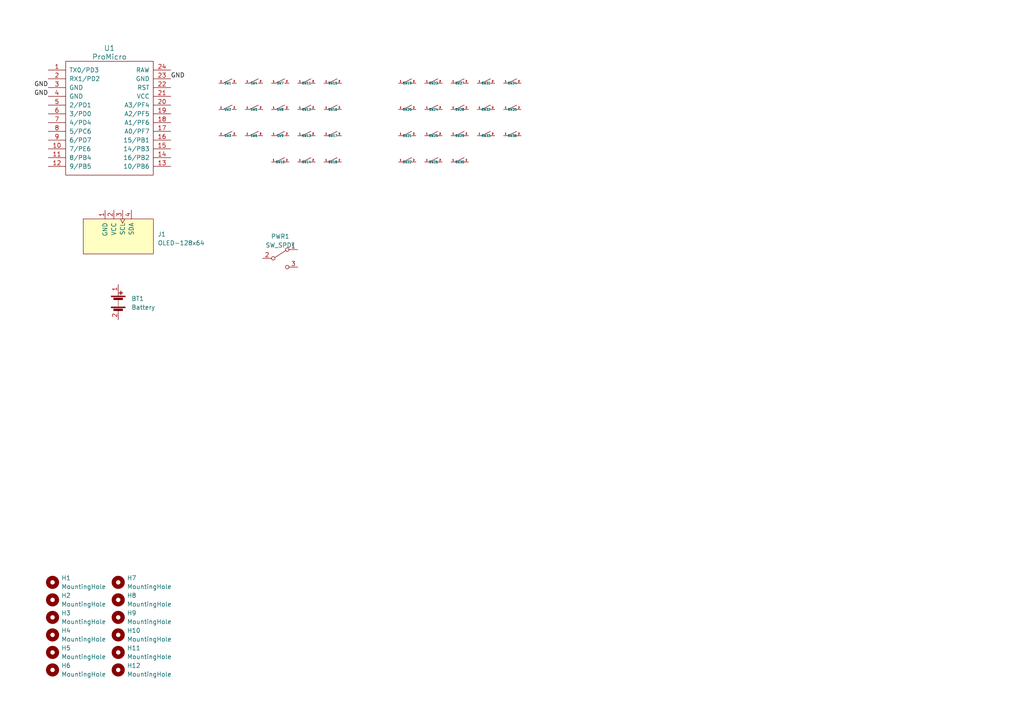
<source format=kicad_sch>
(kicad_sch (version 20230121) (generator eeschema)

  (uuid 31ee86e8-2846-4d2f-8bbd-b1d272a4eb8b)

  (paper "A4")

  (lib_symbols
    (symbol "Device:Battery" (pin_names (offset 0) hide) (in_bom yes) (on_board yes)
      (property "Reference" "BT" (at 2.54 2.54 0)
        (effects (font (size 1.27 1.27)) (justify left))
      )
      (property "Value" "Battery" (at 2.54 0 0)
        (effects (font (size 1.27 1.27)) (justify left))
      )
      (property "Footprint" "" (at 0 1.524 90)
        (effects (font (size 1.27 1.27)) hide)
      )
      (property "Datasheet" "~" (at 0 1.524 90)
        (effects (font (size 1.27 1.27)) hide)
      )
      (property "ki_keywords" "batt voltage-source cell" (at 0 0 0)
        (effects (font (size 1.27 1.27)) hide)
      )
      (property "ki_description" "Multiple-cell battery" (at 0 0 0)
        (effects (font (size 1.27 1.27)) hide)
      )
      (symbol "Battery_0_1"
        (rectangle (start -2.032 -1.397) (end 2.032 -1.651)
          (stroke (width 0) (type default))
          (fill (type outline))
        )
        (rectangle (start -2.032 1.778) (end 2.032 1.524)
          (stroke (width 0) (type default))
          (fill (type outline))
        )
        (rectangle (start -1.3208 -1.9812) (end 1.27 -2.4892)
          (stroke (width 0) (type default))
          (fill (type outline))
        )
        (rectangle (start -1.3208 1.1938) (end 1.27 0.6858)
          (stroke (width 0) (type default))
          (fill (type outline))
        )
        (polyline
          (pts
            (xy 0 -1.524)
            (xy 0 -1.27)
          )
          (stroke (width 0) (type default))
          (fill (type none))
        )
        (polyline
          (pts
            (xy 0 -1.016)
            (xy 0 -0.762)
          )
          (stroke (width 0) (type default))
          (fill (type none))
        )
        (polyline
          (pts
            (xy 0 -0.508)
            (xy 0 -0.254)
          )
          (stroke (width 0) (type default))
          (fill (type none))
        )
        (polyline
          (pts
            (xy 0 0)
            (xy 0 0.254)
          )
          (stroke (width 0) (type default))
          (fill (type none))
        )
        (polyline
          (pts
            (xy 0 0.508)
            (xy 0 0.762)
          )
          (stroke (width 0) (type default))
          (fill (type none))
        )
        (polyline
          (pts
            (xy 0 1.778)
            (xy 0 2.54)
          )
          (stroke (width 0) (type default))
          (fill (type none))
        )
        (polyline
          (pts
            (xy 0.254 2.667)
            (xy 1.27 2.667)
          )
          (stroke (width 0.254) (type default))
          (fill (type none))
        )
        (polyline
          (pts
            (xy 0.762 3.175)
            (xy 0.762 2.159)
          )
          (stroke (width 0.254) (type default))
          (fill (type none))
        )
      )
      (symbol "Battery_1_1"
        (pin passive line (at 0 5.08 270) (length 2.54)
          (name "+" (effects (font (size 1.27 1.27))))
          (number "1" (effects (font (size 1.27 1.27))))
        )
        (pin passive line (at 0 -5.08 90) (length 2.54)
          (name "-" (effects (font (size 1.27 1.27))))
          (number "2" (effects (font (size 1.27 1.27))))
        )
      )
    )
    (symbol "Mechanical:MountingHole" (pin_names (offset 1.016)) (in_bom yes) (on_board yes)
      (property "Reference" "H" (at 0 5.08 0)
        (effects (font (size 1.27 1.27)))
      )
      (property "Value" "MountingHole" (at 0 3.175 0)
        (effects (font (size 1.27 1.27)))
      )
      (property "Footprint" "" (at 0 0 0)
        (effects (font (size 1.27 1.27)) hide)
      )
      (property "Datasheet" "~" (at 0 0 0)
        (effects (font (size 1.27 1.27)) hide)
      )
      (property "ki_keywords" "mounting hole" (at 0 0 0)
        (effects (font (size 1.27 1.27)) hide)
      )
      (property "ki_description" "Mounting Hole without connection" (at 0 0 0)
        (effects (font (size 1.27 1.27)) hide)
      )
      (property "ki_fp_filters" "MountingHole*" (at 0 0 0)
        (effects (font (size 1.27 1.27)) hide)
      )
      (symbol "MountingHole_0_1"
        (circle (center 0 0) (radius 1.27)
          (stroke (width 1.27) (type default))
          (fill (type none))
        )
      )
    )
    (symbol "Switch:SW_SPDT" (pin_names (offset 0) hide) (in_bom yes) (on_board yes)
      (property "Reference" "SW" (at 0 4.318 0)
        (effects (font (size 1.27 1.27)))
      )
      (property "Value" "SW_SPDT" (at 0 -5.08 0)
        (effects (font (size 1.27 1.27)))
      )
      (property "Footprint" "" (at 0 0 0)
        (effects (font (size 1.27 1.27)) hide)
      )
      (property "Datasheet" "~" (at 0 0 0)
        (effects (font (size 1.27 1.27)) hide)
      )
      (property "ki_keywords" "switch single-pole double-throw spdt ON-ON" (at 0 0 0)
        (effects (font (size 1.27 1.27)) hide)
      )
      (property "ki_description" "Switch, single pole double throw" (at 0 0 0)
        (effects (font (size 1.27 1.27)) hide)
      )
      (symbol "SW_SPDT_0_0"
        (circle (center -2.032 0) (radius 0.508)
          (stroke (width 0) (type default))
          (fill (type none))
        )
        (circle (center 2.032 -2.54) (radius 0.508)
          (stroke (width 0) (type default))
          (fill (type none))
        )
      )
      (symbol "SW_SPDT_0_1"
        (polyline
          (pts
            (xy -1.524 0.254)
            (xy 1.651 2.286)
          )
          (stroke (width 0) (type default))
          (fill (type none))
        )
        (circle (center 2.032 2.54) (radius 0.508)
          (stroke (width 0) (type default))
          (fill (type none))
        )
      )
      (symbol "SW_SPDT_1_1"
        (pin passive line (at 5.08 2.54 180) (length 2.54)
          (name "A" (effects (font (size 1.27 1.27))))
          (number "1" (effects (font (size 1.27 1.27))))
        )
        (pin passive line (at -5.08 0 0) (length 2.54)
          (name "B" (effects (font (size 1.27 1.27))))
          (number "2" (effects (font (size 1.27 1.27))))
        )
        (pin passive line (at 5.08 -2.54 180) (length 2.54)
          (name "C" (effects (font (size 1.27 1.27))))
          (number "3" (effects (font (size 1.27 1.27))))
        )
      )
    )
    (symbol "display:OLED-128x64" (pin_names (offset 1.016)) (in_bom yes) (on_board yes)
      (property "Reference" "J" (at 0 -11.43 0)
        (effects (font (size 1.27 1.27)))
      )
      (property "Value" "OLED-128x64" (at 0 -7.62 0)
        (effects (font (size 1.27 1.27)))
      )
      (property "Footprint" "display:OLED-128x64" (at 0 -13.97 0)
        (effects (font (size 1.27 1.27)) hide)
      )
      (property "Datasheet" "" (at 1.27 0 90)
        (effects (font (size 1.27 1.27)) hide)
      )
      (symbol "OLED-128x64_0_1"
        (rectangle (start 10.16 -10.16) (end -10.16 0)
          (stroke (width 0) (type default))
          (fill (type background))
        )
      )
      (symbol "OLED-128x64_1_1"
        (pin power_in line (at -3.81 2.54 270) (length 2.54)
          (name "GND" (effects (font (size 1.27 1.27))))
          (number "1" (effects (font (size 1.27 1.27))))
        )
        (pin power_in line (at -1.27 2.54 270) (length 2.54)
          (name "VCC" (effects (font (size 1.27 1.27))))
          (number "2" (effects (font (size 1.27 1.27))))
        )
        (pin input clock (at 1.27 2.54 270) (length 2.54)
          (name "SCL" (effects (font (size 1.27 1.27))))
          (number "3" (effects (font (size 1.27 1.27))))
        )
        (pin bidirectional line (at 3.81 2.54 270) (length 2.54)
          (name "SDA" (effects (font (size 1.27 1.27))))
          (number "4" (effects (font (size 1.27 1.27))))
        )
      )
    )
    (symbol "hazel:SW" (in_bom yes) (on_board yes)
      (property "Reference" "SW" (at 0 -1.27 0)
        (effects (font (size 0.75 0.75)))
      )
      (property "Value" "SW" (at 0 2.54 0)
        (effects (font (size 0.75 0.75)))
      )
      (property "Footprint" "" (at 0 0 0)
        (effects (font (size 1.27 1.27)) hide)
      )
      (property "Datasheet" "" (at 0 0 0)
        (effects (font (size 1.27 1.27)) hide)
      )
      (symbol "SW_0_1"
        (polyline
          (pts
            (xy -1.27 0)
            (xy 1.27 1.27)
          )
          (stroke (width 0) (type default))
          (fill (type none))
        )
      )
      (symbol "SW_1_1"
        (pin bidirectional line (at -2.54 0 0) (length 1.27)
          (name "" (effects (font (size 0.5 0.5))))
          (number "1" (effects (font (size 0.5 0.5))))
        )
        (pin bidirectional line (at 2.54 0 180) (length 1.27)
          (name "" (effects (font (size 0.5 0.5))))
          (number "2" (effects (font (size 0.5 0.5))))
        )
      )
    )
    (symbol "keebio:ProMicro" (pin_names (offset 1.016)) (in_bom yes) (on_board yes)
      (property "Reference" "U" (at 0 0 0)
        (effects (font (size 1.524 1.524)))
      )
      (property "Value" "ProMicro" (at 0 -19.05 0)
        (effects (font (size 1.524 1.524)))
      )
      (property "Footprint" "" (at 26.67 -63.5 90)
        (effects (font (size 1.524 1.524)) hide)
      )
      (property "Datasheet" "" (at 26.67 -63.5 90)
        (effects (font (size 1.524 1.524)) hide)
      )
      (symbol "ProMicro_0_1"
        (rectangle (start -12.7 -16.51) (end 12.7 16.51)
          (stroke (width 0) (type solid))
          (fill (type none))
        )
      )
      (symbol "ProMicro_1_1"
        (pin input line (at -17.78 13.97 0) (length 5.08)
          (name "TX0/PD3" (effects (font (size 1.27 1.27))))
          (number "1" (effects (font (size 1.27 1.27))))
        )
        (pin input line (at -17.78 -8.89 0) (length 5.08)
          (name "7/PE6" (effects (font (size 1.27 1.27))))
          (number "10" (effects (font (size 1.27 1.27))))
        )
        (pin input line (at -17.78 -11.43 0) (length 5.08)
          (name "8/PB4" (effects (font (size 1.27 1.27))))
          (number "11" (effects (font (size 1.27 1.27))))
        )
        (pin input line (at -17.78 -13.97 0) (length 5.08)
          (name "9/PB5" (effects (font (size 1.27 1.27))))
          (number "12" (effects (font (size 1.27 1.27))))
        )
        (pin input line (at 17.78 -13.97 180) (length 5.08)
          (name "10/PB6" (effects (font (size 1.27 1.27))))
          (number "13" (effects (font (size 1.27 1.27))))
        )
        (pin input line (at 17.78 -11.43 180) (length 5.08)
          (name "16/PB2" (effects (font (size 1.27 1.27))))
          (number "14" (effects (font (size 1.27 1.27))))
        )
        (pin input line (at 17.78 -8.89 180) (length 5.08)
          (name "14/PB3" (effects (font (size 1.27 1.27))))
          (number "15" (effects (font (size 1.27 1.27))))
        )
        (pin input line (at 17.78 -6.35 180) (length 5.08)
          (name "15/PB1" (effects (font (size 1.27 1.27))))
          (number "16" (effects (font (size 1.27 1.27))))
        )
        (pin input line (at 17.78 -3.81 180) (length 5.08)
          (name "A0/PF7" (effects (font (size 1.27 1.27))))
          (number "17" (effects (font (size 1.27 1.27))))
        )
        (pin input line (at 17.78 -1.27 180) (length 5.08)
          (name "A1/PF6" (effects (font (size 1.27 1.27))))
          (number "18" (effects (font (size 1.27 1.27))))
        )
        (pin input line (at 17.78 1.27 180) (length 5.08)
          (name "A2/PF5" (effects (font (size 1.27 1.27))))
          (number "19" (effects (font (size 1.27 1.27))))
        )
        (pin input line (at -17.78 11.43 0) (length 5.08)
          (name "RX1/PD2" (effects (font (size 1.27 1.27))))
          (number "2" (effects (font (size 1.27 1.27))))
        )
        (pin input line (at 17.78 3.81 180) (length 5.08)
          (name "A3/PF4" (effects (font (size 1.27 1.27))))
          (number "20" (effects (font (size 1.27 1.27))))
        )
        (pin input line (at 17.78 6.35 180) (length 5.08)
          (name "VCC" (effects (font (size 1.27 1.27))))
          (number "21" (effects (font (size 1.27 1.27))))
        )
        (pin input line (at 17.78 8.89 180) (length 5.08)
          (name "RST" (effects (font (size 1.27 1.27))))
          (number "22" (effects (font (size 1.27 1.27))))
        )
        (pin input line (at 17.78 11.43 180) (length 5.08)
          (name "GND" (effects (font (size 1.27 1.27))))
          (number "23" (effects (font (size 1.27 1.27))))
        )
        (pin input line (at 17.78 13.97 180) (length 5.08)
          (name "RAW" (effects (font (size 1.27 1.27))))
          (number "24" (effects (font (size 1.27 1.27))))
        )
        (pin input line (at -17.78 8.89 0) (length 5.08)
          (name "GND" (effects (font (size 1.27 1.27))))
          (number "3" (effects (font (size 1.27 1.27))))
        )
        (pin input line (at -17.78 6.35 0) (length 5.08)
          (name "GND" (effects (font (size 1.27 1.27))))
          (number "4" (effects (font (size 1.27 1.27))))
        )
        (pin input line (at -17.78 3.81 0) (length 5.08)
          (name "2/PD1" (effects (font (size 1.27 1.27))))
          (number "5" (effects (font (size 1.27 1.27))))
        )
        (pin input line (at -17.78 1.27 0) (length 5.08)
          (name "3/PD0" (effects (font (size 1.27 1.27))))
          (number "6" (effects (font (size 1.27 1.27))))
        )
        (pin input line (at -17.78 -1.27 0) (length 5.08)
          (name "4/PD4" (effects (font (size 1.27 1.27))))
          (number "7" (effects (font (size 1.27 1.27))))
        )
        (pin input line (at -17.78 -3.81 0) (length 5.08)
          (name "5/PC6" (effects (font (size 1.27 1.27))))
          (number "8" (effects (font (size 1.27 1.27))))
        )
        (pin input line (at -17.78 -6.35 0) (length 5.08)
          (name "6/PD7" (effects (font (size 1.27 1.27))))
          (number "9" (effects (font (size 1.27 1.27))))
        )
      )
    )
  )


  (label "GND" (at 13.97 25.4 180) (fields_autoplaced)
    (effects (font (size 1.27 1.27)) (justify right bottom))
    (uuid 32aa2e06-377e-4d5f-92fa-a962dc39e28a)
  )
  (label "GND" (at 13.97 27.94 180) (fields_autoplaced)
    (effects (font (size 1.27 1.27)) (justify right bottom))
    (uuid 84bd1f00-e4be-4a2d-a0c8-897db16a442a)
  )
  (label "GND" (at 49.53 22.86 0) (fields_autoplaced)
    (effects (font (size 1.27 1.27)) (justify left bottom))
    (uuid febde1d7-729f-4e94-ba8c-e0b4068ccc2b)
  )

  (symbol (lib_id "hazel:SW") (at 81.28 24.13 0) (unit 1)
    (in_bom yes) (on_board yes) (dnp no)
    (uuid 0784b284-627f-46a9-a0d4-5fcbc633a8d6)
    (property "Reference" "SW7" (at 81.28 24.13 0)
      (effects (font (size 0.64 0.64)))
    )
    (property "Value" "SW" (at 81.28 22.86 0)
      (effects (font (size 0.75 0.75)) hide)
    )
    (property "Footprint" "0-jasonhazel-footprints:backplate_jh-choc" (at 81.28 24.13 0)
      (effects (font (size 1.27 1.27)) hide)
    )
    (property "Datasheet" "" (at 81.28 24.13 0)
      (effects (font (size 1.27 1.27)) hide)
    )
    (pin "1" (uuid 679f77bf-2c87-41f0-a89d-339b3d8c3301))
    (pin "2" (uuid ea238c32-7943-4c11-a257-620e39dd0196))
    (instances
      (project "ortho_wings"
        (path "/31ee86e8-2846-4d2f-8bbd-b1d272a4eb8b"
          (reference "SW7") (unit 1)
        )
      )
    )
  )

  (symbol (lib_id "keebio:ProMicro") (at 31.75 34.29 0) (unit 1)
    (in_bom yes) (on_board yes) (dnp no) (fields_autoplaced)
    (uuid 0a0fa522-0504-4c8a-937b-4fcac6876c7b)
    (property "Reference" "U1" (at 31.75 13.97 0)
      (effects (font (size 1.524 1.524)))
    )
    (property "Value" "ProMicro" (at 31.75 16.51 0)
      (effects (font (size 1.524 1.524)))
    )
    (property "Footprint" "0-jasonhazel-footprints:backplate_ArduinoProMicro" (at 58.42 97.79 90)
      (effects (font (size 1.524 1.524)) hide)
    )
    (property "Datasheet" "" (at 58.42 97.79 90)
      (effects (font (size 1.524 1.524)) hide)
    )
    (pin "1" (uuid aa11a2ed-a57a-4b50-a3df-80b6893a48f4))
    (pin "10" (uuid e3662422-925a-42a3-92cf-1e46b576ecef))
    (pin "11" (uuid 565e46db-2543-4a54-b554-e02982551244))
    (pin "12" (uuid 732c5208-ba2d-4b99-aa09-79e829e207e5))
    (pin "13" (uuid 089f2d7a-03bf-4ae3-a7ea-3af180681cef))
    (pin "14" (uuid d1599ce2-9dfd-4aea-bcc8-dc841b134292))
    (pin "15" (uuid 5c197592-2580-4ef2-ab02-98dd7d6568b0))
    (pin "16" (uuid 4b6906e3-ff74-468a-8574-0bb03f2e417e))
    (pin "17" (uuid c2d1027c-3ea1-4ee6-a6a6-940e6742777b))
    (pin "18" (uuid ce9941f6-fc51-42c7-84f3-7dd1c1e2d5ec))
    (pin "19" (uuid 9c0240c3-690c-4d8d-9d93-918c13b94cff))
    (pin "2" (uuid 47430b83-90e8-48d1-9869-e7590bfe1784))
    (pin "20" (uuid 94431cec-64c7-4d6b-bdef-3c464b304708))
    (pin "21" (uuid 622be3e1-3c1f-4d1d-978a-998beefa016a))
    (pin "22" (uuid dc36b876-c848-4e5a-b1f2-de0018960baa))
    (pin "23" (uuid f05e24f7-c653-4e6b-a427-d4b96aeb3ec9))
    (pin "24" (uuid 6f5c2eba-c078-483a-ace9-798bea4b30a3))
    (pin "3" (uuid bba57568-ec5b-4e13-b4b3-ef159b6f4de3))
    (pin "4" (uuid ec58b3cc-57a6-4fc1-a9f4-937b5e64e025))
    (pin "5" (uuid 28ffb6bd-f7f2-4581-91a7-63e395ab4e0a))
    (pin "6" (uuid 0aad48d1-0ba2-41a9-84c4-5364964ce15e))
    (pin "7" (uuid a711783a-26ec-4d8d-a496-633738deba09))
    (pin "8" (uuid 5a526050-db12-4018-8346-bba4fc5a211a))
    (pin "9" (uuid 28621d94-cccc-45e0-a90a-601f4e7a170f))
    (instances
      (project "ortho_wings"
        (path "/31ee86e8-2846-4d2f-8bbd-b1d272a4eb8b"
          (reference "U1") (unit 1)
        )
      )
    )
  )

  (symbol (lib_id "hazel:SW") (at 88.9 24.13 0) (unit 1)
    (in_bom yes) (on_board yes) (dnp no)
    (uuid 0aae2ee3-510e-4005-a1cc-cb8983192877)
    (property "Reference" "SW11" (at 88.9 24.13 0)
      (effects (font (size 0.64 0.64)))
    )
    (property "Value" "SW" (at 88.9 22.86 0)
      (effects (font (size 0.75 0.75)) hide)
    )
    (property "Footprint" "0-jasonhazel-footprints:backplate_jh-choc" (at 88.9 24.13 0)
      (effects (font (size 1.27 1.27)) hide)
    )
    (property "Datasheet" "" (at 88.9 24.13 0)
      (effects (font (size 1.27 1.27)) hide)
    )
    (pin "1" (uuid 141da4da-5fbf-48c1-a1c4-4e3d202a2028))
    (pin "2" (uuid fa2abfc1-fbb0-4cf4-8393-fb1b78212b25))
    (instances
      (project "ortho_wings"
        (path "/31ee86e8-2846-4d2f-8bbd-b1d272a4eb8b"
          (reference "SW11") (unit 1)
        )
      )
    )
  )

  (symbol (lib_id "hazel:SW") (at 133.35 39.37 0) (unit 1)
    (in_bom yes) (on_board yes) (dnp no)
    (uuid 0b3f67df-45b7-4d74-97c6-584d5a7cb9b5)
    (property "Reference" "SW29" (at 133.35 39.37 0)
      (effects (font (size 0.64 0.64)))
    )
    (property "Value" "SW" (at 133.35 38.1 0)
      (effects (font (size 0.75 0.75)) hide)
    )
    (property "Footprint" "0-jasonhazel-footprints:backplate_jh-choc" (at 133.35 39.37 0)
      (effects (font (size 1.27 1.27)) hide)
    )
    (property "Datasheet" "" (at 133.35 39.37 0)
      (effects (font (size 1.27 1.27)) hide)
    )
    (pin "1" (uuid 84a2da55-0e75-4576-8d6d-177b60d3e4b9))
    (pin "2" (uuid aaee32af-0b2d-4f63-8d56-ee458db2555f))
    (instances
      (project "ortho_wings"
        (path "/31ee86e8-2846-4d2f-8bbd-b1d272a4eb8b"
          (reference "SW29") (unit 1)
        )
      )
    )
  )

  (symbol (lib_id "hazel:SW") (at 73.66 31.75 0) (unit 1)
    (in_bom yes) (on_board yes) (dnp no)
    (uuid 0d213448-2152-4fe9-b498-1388637644c6)
    (property "Reference" "SW5" (at 73.66 31.75 0)
      (effects (font (size 0.64 0.64)))
    )
    (property "Value" "SW" (at 73.66 30.48 0)
      (effects (font (size 0.75 0.75)) hide)
    )
    (property "Footprint" "0-jasonhazel-footprints:backplate_jh-choc" (at 73.66 31.75 0)
      (effects (font (size 1.27 1.27)) hide)
    )
    (property "Datasheet" "" (at 73.66 31.75 0)
      (effects (font (size 1.27 1.27)) hide)
    )
    (pin "1" (uuid 35a88647-e99e-4d19-b7ec-af84745f7dd5))
    (pin "2" (uuid aab1f9a5-79aa-4944-9d61-392ac802404e))
    (instances
      (project "ortho_wings"
        (path "/31ee86e8-2846-4d2f-8bbd-b1d272a4eb8b"
          (reference "SW5") (unit 1)
        )
      )
    )
  )

  (symbol (lib_id "Mechanical:MountingHole") (at 15.24 179.07 0) (unit 1)
    (in_bom yes) (on_board yes) (dnp no) (fields_autoplaced)
    (uuid 0d8df2c2-96b4-41d3-8669-6b6aa7a105e6)
    (property "Reference" "H3" (at 17.78 177.7999 0)
      (effects (font (size 1.27 1.27)) (justify left))
    )
    (property "Value" "MountingHole" (at 17.78 180.3399 0)
      (effects (font (size 1.27 1.27)) (justify left))
    )
    (property "Footprint" "0-jasonhazel-footprints:MountingHole_2.2mm_M2" (at 15.24 179.07 0)
      (effects (font (size 1.27 1.27)) hide)
    )
    (property "Datasheet" "~" (at 15.24 179.07 0)
      (effects (font (size 1.27 1.27)) hide)
    )
    (instances
      (project "ortho_wings"
        (path "/31ee86e8-2846-4d2f-8bbd-b1d272a4eb8b"
          (reference "H3") (unit 1)
        )
      )
    )
  )

  (symbol (lib_id "hazel:SW") (at 96.52 46.99 0) (unit 1)
    (in_bom yes) (on_board yes) (dnp no)
    (uuid 0fca27fa-0741-4c0f-ab77-1fa2b859f4d7)
    (property "Reference" "SW18" (at 96.52 46.99 0)
      (effects (font (size 0.64 0.64)))
    )
    (property "Value" "SW" (at 96.52 45.72 0)
      (effects (font (size 0.75 0.75)) hide)
    )
    (property "Footprint" "0-jasonhazel-footprints:backplate_jh-choc" (at 96.52 46.99 0)
      (effects (font (size 1.27 1.27)) hide)
    )
    (property "Datasheet" "" (at 96.52 46.99 0)
      (effects (font (size 1.27 1.27)) hide)
    )
    (pin "1" (uuid 8c39aa51-2d62-4def-87af-2c93d2151861))
    (pin "2" (uuid 212c45fc-bd9b-47ae-b3f5-4505fd929e96))
    (instances
      (project "ortho_wings"
        (path "/31ee86e8-2846-4d2f-8bbd-b1d272a4eb8b"
          (reference "SW18") (unit 1)
        )
      )
    )
  )

  (symbol (lib_id "Mechanical:MountingHole") (at 34.29 184.15 0) (unit 1)
    (in_bom yes) (on_board yes) (dnp no) (fields_autoplaced)
    (uuid 1578d7c2-44db-47dc-92f7-1ec8a7ee3ff6)
    (property "Reference" "H10" (at 36.83 182.8799 0)
      (effects (font (size 1.27 1.27)) (justify left))
    )
    (property "Value" "MountingHole" (at 36.83 185.4199 0)
      (effects (font (size 1.27 1.27)) (justify left))
    )
    (property "Footprint" "0-jasonhazel-footprints:MountingHole_2.2mm_M2" (at 34.29 184.15 0)
      (effects (font (size 1.27 1.27)) hide)
    )
    (property "Datasheet" "~" (at 34.29 184.15 0)
      (effects (font (size 1.27 1.27)) hide)
    )
    (instances
      (project "ortho_wings"
        (path "/31ee86e8-2846-4d2f-8bbd-b1d272a4eb8b"
          (reference "H10") (unit 1)
        )
      )
    )
  )

  (symbol (lib_id "hazel:SW") (at 66.04 24.13 0) (unit 1)
    (in_bom yes) (on_board yes) (dnp no)
    (uuid 19a45caf-4b9f-4080-940b-e565d10c811f)
    (property "Reference" "SW1" (at 66.04 24.13 0)
      (effects (font (size 0.64 0.64)))
    )
    (property "Value" "SW" (at 66.04 22.86 0)
      (effects (font (size 0.75 0.75)) hide)
    )
    (property "Footprint" "0-jasonhazel-footprints:backplate_jh-choc" (at 66.04 24.13 0)
      (effects (font (size 1.27 1.27)) hide)
    )
    (property "Datasheet" "" (at 66.04 24.13 0)
      (effects (font (size 1.27 1.27)) hide)
    )
    (pin "1" (uuid 650a858b-0555-487a-9ec0-e8fdc5445827))
    (pin "2" (uuid 9434beda-3f75-4175-9624-995fca90902b))
    (instances
      (project "ortho_wings"
        (path "/31ee86e8-2846-4d2f-8bbd-b1d272a4eb8b"
          (reference "SW1") (unit 1)
        )
      )
    )
  )

  (symbol (lib_id "hazel:SW") (at 125.73 31.75 0) (unit 1)
    (in_bom yes) (on_board yes) (dnp no)
    (uuid 19b4a12a-1ea0-44af-9ba1-95653cfaa763)
    (property "Reference" "SW24" (at 125.73 31.75 0)
      (effects (font (size 0.64 0.64)))
    )
    (property "Value" "SW" (at 125.73 30.48 0)
      (effects (font (size 0.75 0.75)) hide)
    )
    (property "Footprint" "0-jasonhazel-footprints:backplate_jh-choc" (at 125.73 31.75 0)
      (effects (font (size 1.27 1.27)) hide)
    )
    (property "Datasheet" "" (at 125.73 31.75 0)
      (effects (font (size 1.27 1.27)) hide)
    )
    (pin "1" (uuid c7f47ca1-18b0-4172-8dc6-94adb9369f71))
    (pin "2" (uuid b2f0b19a-8a83-4bc9-961b-e80f03086500))
    (instances
      (project "ortho_wings"
        (path "/31ee86e8-2846-4d2f-8bbd-b1d272a4eb8b"
          (reference "SW24") (unit 1)
        )
      )
    )
  )

  (symbol (lib_id "Device:Battery") (at 34.29 87.63 0) (unit 1)
    (in_bom yes) (on_board yes) (dnp no) (fields_autoplaced)
    (uuid 20887bca-7bf6-4348-9985-bbf2ca60cac7)
    (property "Reference" "BT1" (at 38.1 86.614 0)
      (effects (font (size 1.27 1.27)) (justify left))
    )
    (property "Value" "Battery" (at 38.1 89.154 0)
      (effects (font (size 1.27 1.27)) (justify left))
    )
    (property "Footprint" "0-jasonhazel-footprints:backplate_3JST_BAT" (at 34.29 86.106 90)
      (effects (font (size 1.27 1.27)) hide)
    )
    (property "Datasheet" "~" (at 34.29 86.106 90)
      (effects (font (size 1.27 1.27)) hide)
    )
    (pin "1" (uuid 3a084a8f-f875-4f41-9e4a-7f83d91670b5))
    (pin "2" (uuid eca7b136-8ebc-4a77-a914-6f1b8533dded))
    (instances
      (project "ortho_wings"
        (path "/31ee86e8-2846-4d2f-8bbd-b1d272a4eb8b"
          (reference "BT1") (unit 1)
        )
      )
    )
  )

  (symbol (lib_id "Mechanical:MountingHole") (at 34.29 194.31 0) (unit 1)
    (in_bom yes) (on_board yes) (dnp no) (fields_autoplaced)
    (uuid 20b43606-c56e-4500-a5e3-54066be4a6d6)
    (property "Reference" "H12" (at 36.83 193.0399 0)
      (effects (font (size 1.27 1.27)) (justify left))
    )
    (property "Value" "MountingHole" (at 36.83 195.5799 0)
      (effects (font (size 1.27 1.27)) (justify left))
    )
    (property "Footprint" "0-jasonhazel-footprints:MountingHole_2.2mm_M2" (at 34.29 194.31 0)
      (effects (font (size 1.27 1.27)) hide)
    )
    (property "Datasheet" "~" (at 34.29 194.31 0)
      (effects (font (size 1.27 1.27)) hide)
    )
    (instances
      (project "ortho_wings"
        (path "/31ee86e8-2846-4d2f-8bbd-b1d272a4eb8b"
          (reference "H12") (unit 1)
        )
      )
    )
  )

  (symbol (lib_id "Mechanical:MountingHole") (at 34.29 168.91 0) (unit 1)
    (in_bom yes) (on_board yes) (dnp no) (fields_autoplaced)
    (uuid 22281982-3c1e-4973-915a-46e5c7519d46)
    (property "Reference" "H7" (at 36.83 167.6399 0)
      (effects (font (size 1.27 1.27)) (justify left))
    )
    (property "Value" "MountingHole" (at 36.83 170.1799 0)
      (effects (font (size 1.27 1.27)) (justify left))
    )
    (property "Footprint" "0-jasonhazel-footprints:MountingHole_2.2mm_M2" (at 34.29 168.91 0)
      (effects (font (size 1.27 1.27)) hide)
    )
    (property "Datasheet" "~" (at 34.29 168.91 0)
      (effects (font (size 1.27 1.27)) hide)
    )
    (instances
      (project "ortho_wings"
        (path "/31ee86e8-2846-4d2f-8bbd-b1d272a4eb8b"
          (reference "H7") (unit 1)
        )
      )
    )
  )

  (symbol (lib_id "hazel:SW") (at 125.73 46.99 0) (unit 1)
    (in_bom yes) (on_board yes) (dnp no)
    (uuid 30324d81-0b5d-4fe1-b22c-c849b8bbb7b8)
    (property "Reference" "SW26" (at 125.73 46.99 0)
      (effects (font (size 0.64 0.64)))
    )
    (property "Value" "SW" (at 125.73 45.72 0)
      (effects (font (size 0.75 0.75)) hide)
    )
    (property "Footprint" "0-jasonhazel-footprints:backplate_jh-choc" (at 125.73 46.99 0)
      (effects (font (size 1.27 1.27)) hide)
    )
    (property "Datasheet" "" (at 125.73 46.99 0)
      (effects (font (size 1.27 1.27)) hide)
    )
    (pin "1" (uuid 02c95975-5b38-4b33-946f-656f4f825271))
    (pin "2" (uuid 4d412eab-b7f3-423e-9fda-0de93741a86a))
    (instances
      (project "ortho_wings"
        (path "/31ee86e8-2846-4d2f-8bbd-b1d272a4eb8b"
          (reference "SW26") (unit 1)
        )
      )
    )
  )

  (symbol (lib_id "hazel:SW") (at 88.9 31.75 0) (unit 1)
    (in_bom yes) (on_board yes) (dnp no)
    (uuid 350be4f2-dbff-419f-933d-315dccd35b15)
    (property "Reference" "SW12" (at 88.9 31.75 0)
      (effects (font (size 0.64 0.64)))
    )
    (property "Value" "SW" (at 88.9 30.48 0)
      (effects (font (size 0.75 0.75)) hide)
    )
    (property "Footprint" "0-jasonhazel-footprints:backplate_jh-choc" (at 88.9 31.75 0)
      (effects (font (size 1.27 1.27)) hide)
    )
    (property "Datasheet" "" (at 88.9 31.75 0)
      (effects (font (size 1.27 1.27)) hide)
    )
    (pin "1" (uuid 7ae274a6-d846-4ba1-b76f-b8e3b970d024))
    (pin "2" (uuid 9310f19f-fa21-4692-9db9-812273b01367))
    (instances
      (project "ortho_wings"
        (path "/31ee86e8-2846-4d2f-8bbd-b1d272a4eb8b"
          (reference "SW12") (unit 1)
        )
      )
    )
  )

  (symbol (lib_id "Mechanical:MountingHole") (at 15.24 194.31 0) (unit 1)
    (in_bom yes) (on_board yes) (dnp no) (fields_autoplaced)
    (uuid 3df15885-2a26-410a-bc6f-34661e0c19c4)
    (property "Reference" "H6" (at 17.78 193.0399 0)
      (effects (font (size 1.27 1.27)) (justify left))
    )
    (property "Value" "MountingHole" (at 17.78 195.5799 0)
      (effects (font (size 1.27 1.27)) (justify left))
    )
    (property "Footprint" "0-jasonhazel-footprints:MountingHole_2.2mm_M2" (at 15.24 194.31 0)
      (effects (font (size 1.27 1.27)) hide)
    )
    (property "Datasheet" "~" (at 15.24 194.31 0)
      (effects (font (size 1.27 1.27)) hide)
    )
    (instances
      (project "ortho_wings"
        (path "/31ee86e8-2846-4d2f-8bbd-b1d272a4eb8b"
          (reference "H6") (unit 1)
        )
      )
    )
  )

  (symbol (lib_id "display:OLED-128x64") (at 34.29 63.5 0) (unit 1)
    (in_bom yes) (on_board yes) (dnp no) (fields_autoplaced)
    (uuid 3ffaf562-6eba-4964-a1fe-a369b9e1d66c)
    (property "Reference" "J1" (at 45.72 67.945 0)
      (effects (font (size 1.27 1.27)) (justify left))
    )
    (property "Value" "OLED-128x64" (at 45.72 70.485 0)
      (effects (font (size 1.27 1.27)) (justify left))
    )
    (property "Footprint" "0-jasonhazel-footprints:backplate_OLED-128x64" (at 34.29 77.47 0)
      (effects (font (size 1.27 1.27)) hide)
    )
    (property "Datasheet" "" (at 35.56 63.5 90)
      (effects (font (size 1.27 1.27)) hide)
    )
    (pin "1" (uuid 4ce1fe20-44d9-4edd-ace5-c777917135ea))
    (pin "2" (uuid 218d27d7-7c91-409a-a6ef-bbb894d5b810))
    (pin "3" (uuid c2e41e1d-7ff3-4652-905d-35788acd696a))
    (pin "4" (uuid e7c686a9-71af-42d9-82c8-b6d3ec53e639))
    (instances
      (project "ortho_wings"
        (path "/31ee86e8-2846-4d2f-8bbd-b1d272a4eb8b"
          (reference "J1") (unit 1)
        )
      )
    )
  )

  (symbol (lib_id "hazel:SW") (at 133.35 31.75 0) (unit 1)
    (in_bom yes) (on_board yes) (dnp no)
    (uuid 41e22597-bdd7-4632-874a-f13969e11539)
    (property "Reference" "SW28" (at 133.35 31.75 0)
      (effects (font (size 0.64 0.64)))
    )
    (property "Value" "SW" (at 133.35 30.48 0)
      (effects (font (size 0.75 0.75)) hide)
    )
    (property "Footprint" "0-jasonhazel-footprints:backplate_jh-choc" (at 133.35 31.75 0)
      (effects (font (size 1.27 1.27)) hide)
    )
    (property "Datasheet" "" (at 133.35 31.75 0)
      (effects (font (size 1.27 1.27)) hide)
    )
    (pin "1" (uuid e31cfd84-3905-4604-9bde-6de13c6b44f8))
    (pin "2" (uuid d84bc471-ac0e-485e-afa5-b9ab782028ad))
    (instances
      (project "ortho_wings"
        (path "/31ee86e8-2846-4d2f-8bbd-b1d272a4eb8b"
          (reference "SW28") (unit 1)
        )
      )
    )
  )

  (symbol (lib_id "hazel:SW") (at 73.66 24.13 0) (unit 1)
    (in_bom yes) (on_board yes) (dnp no)
    (uuid 44242be2-d3f5-46bb-bcbe-9f9a161d396a)
    (property "Reference" "SW4" (at 73.66 24.13 0)
      (effects (font (size 0.64 0.64)))
    )
    (property "Value" "SW" (at 73.66 22.86 0)
      (effects (font (size 0.75 0.75)) hide)
    )
    (property "Footprint" "0-jasonhazel-footprints:backplate_jh-choc" (at 73.66 24.13 0)
      (effects (font (size 1.27 1.27)) hide)
    )
    (property "Datasheet" "" (at 73.66 24.13 0)
      (effects (font (size 1.27 1.27)) hide)
    )
    (pin "1" (uuid 8cd06e34-d7be-42fc-8420-f81c23382006))
    (pin "2" (uuid 408940fe-d245-4837-904a-0a44b4c4d2bd))
    (instances
      (project "ortho_wings"
        (path "/31ee86e8-2846-4d2f-8bbd-b1d272a4eb8b"
          (reference "SW4") (unit 1)
        )
      )
    )
  )

  (symbol (lib_id "Mechanical:MountingHole") (at 15.24 168.91 0) (unit 1)
    (in_bom yes) (on_board yes) (dnp no) (fields_autoplaced)
    (uuid 46095844-21e1-4ee4-9d0d-959a114b472d)
    (property "Reference" "H1" (at 17.78 167.6399 0)
      (effects (font (size 1.27 1.27)) (justify left))
    )
    (property "Value" "MountingHole" (at 17.78 170.1799 0)
      (effects (font (size 1.27 1.27)) (justify left))
    )
    (property "Footprint" "0-jasonhazel-footprints:MountingHole_2.2mm_M2" (at 15.24 168.91 0)
      (effects (font (size 1.27 1.27)) hide)
    )
    (property "Datasheet" "~" (at 15.24 168.91 0)
      (effects (font (size 1.27 1.27)) hide)
    )
    (instances
      (project "ortho_wings"
        (path "/31ee86e8-2846-4d2f-8bbd-b1d272a4eb8b"
          (reference "H1") (unit 1)
        )
      )
    )
  )

  (symbol (lib_id "hazel:SW") (at 118.11 46.99 0) (unit 1)
    (in_bom yes) (on_board yes) (dnp no)
    (uuid 4a75f581-7e09-467c-8c17-a88d2bc84b5a)
    (property "Reference" "SW22" (at 118.11 46.99 0)
      (effects (font (size 0.64 0.64)))
    )
    (property "Value" "SW" (at 118.11 45.72 0)
      (effects (font (size 0.75 0.75)) hide)
    )
    (property "Footprint" "0-jasonhazel-footprints:backplate_jh-choc" (at 118.11 46.99 0)
      (effects (font (size 1.27 1.27)) hide)
    )
    (property "Datasheet" "" (at 118.11 46.99 0)
      (effects (font (size 1.27 1.27)) hide)
    )
    (pin "1" (uuid f925678c-1c6f-444b-b5c4-dd2693bb783a))
    (pin "2" (uuid a4a091c3-5aec-4e7d-bacb-d1bbd5fddc8c))
    (instances
      (project "ortho_wings"
        (path "/31ee86e8-2846-4d2f-8bbd-b1d272a4eb8b"
          (reference "SW22") (unit 1)
        )
      )
    )
  )

  (symbol (lib_id "hazel:SW") (at 133.35 46.99 0) (unit 1)
    (in_bom yes) (on_board yes) (dnp no)
    (uuid 4f201053-c421-4e89-977c-3268a031414b)
    (property "Reference" "SW30" (at 133.35 46.99 0)
      (effects (font (size 0.64 0.64)))
    )
    (property "Value" "SW" (at 133.35 45.72 0)
      (effects (font (size 0.75 0.75)) hide)
    )
    (property "Footprint" "0-jasonhazel-footprints:backplate_jh-choc" (at 133.35 46.99 0)
      (effects (font (size 1.27 1.27)) hide)
    )
    (property "Datasheet" "" (at 133.35 46.99 0)
      (effects (font (size 1.27 1.27)) hide)
    )
    (pin "1" (uuid d7e1c3c9-043e-47ba-915b-1969c31b9a78))
    (pin "2" (uuid 3ed85139-8581-4686-9b1e-9113afae6e3c))
    (instances
      (project "ortho_wings"
        (path "/31ee86e8-2846-4d2f-8bbd-b1d272a4eb8b"
          (reference "SW30") (unit 1)
        )
      )
    )
  )

  (symbol (lib_id "Mechanical:MountingHole") (at 15.24 173.99 0) (unit 1)
    (in_bom yes) (on_board yes) (dnp no) (fields_autoplaced)
    (uuid 506298c7-7d91-484b-85e6-42450aea09fb)
    (property "Reference" "H2" (at 17.78 172.7199 0)
      (effects (font (size 1.27 1.27)) (justify left))
    )
    (property "Value" "MountingHole" (at 17.78 175.2599 0)
      (effects (font (size 1.27 1.27)) (justify left))
    )
    (property "Footprint" "0-jasonhazel-footprints:MountingHole_2.2mm_M2" (at 15.24 173.99 0)
      (effects (font (size 1.27 1.27)) hide)
    )
    (property "Datasheet" "~" (at 15.24 173.99 0)
      (effects (font (size 1.27 1.27)) hide)
    )
    (instances
      (project "ortho_wings"
        (path "/31ee86e8-2846-4d2f-8bbd-b1d272a4eb8b"
          (reference "H2") (unit 1)
        )
      )
    )
  )

  (symbol (lib_id "hazel:SW") (at 125.73 39.37 0) (unit 1)
    (in_bom yes) (on_board yes) (dnp no)
    (uuid 549234ea-e9df-4dc0-87b2-69d6f31af265)
    (property "Reference" "SW25" (at 125.73 39.37 0)
      (effects (font (size 0.64 0.64)))
    )
    (property "Value" "SW" (at 125.73 38.1 0)
      (effects (font (size 0.75 0.75)) hide)
    )
    (property "Footprint" "0-jasonhazel-footprints:backplate_jh-choc" (at 125.73 39.37 0)
      (effects (font (size 1.27 1.27)) hide)
    )
    (property "Datasheet" "" (at 125.73 39.37 0)
      (effects (font (size 1.27 1.27)) hide)
    )
    (pin "1" (uuid 3455b724-ab22-4dea-9984-122cddbd28fe))
    (pin "2" (uuid 0668575f-3368-4873-b784-9b70d896dfd5))
    (instances
      (project "ortho_wings"
        (path "/31ee86e8-2846-4d2f-8bbd-b1d272a4eb8b"
          (reference "SW25") (unit 1)
        )
      )
    )
  )

  (symbol (lib_id "hazel:SW") (at 81.28 31.75 0) (unit 1)
    (in_bom yes) (on_board yes) (dnp no)
    (uuid 5ee02529-f89d-4a84-9313-ab2ad3835055)
    (property "Reference" "SW8" (at 81.28 31.75 0)
      (effects (font (size 0.64 0.64)))
    )
    (property "Value" "SW" (at 81.28 30.48 0)
      (effects (font (size 0.75 0.75)) hide)
    )
    (property "Footprint" "0-jasonhazel-footprints:backplate_jh-choc" (at 81.28 31.75 0)
      (effects (font (size 1.27 1.27)) hide)
    )
    (property "Datasheet" "" (at 81.28 31.75 0)
      (effects (font (size 1.27 1.27)) hide)
    )
    (pin "1" (uuid 9485c162-e8c3-4b73-a14a-b7f2dc418812))
    (pin "2" (uuid 3b3eb96c-223e-4886-b168-50e7fe1a4cfa))
    (instances
      (project "ortho_wings"
        (path "/31ee86e8-2846-4d2f-8bbd-b1d272a4eb8b"
          (reference "SW8") (unit 1)
        )
      )
    )
  )

  (symbol (lib_id "hazel:SW") (at 148.59 39.37 0) (unit 1)
    (in_bom yes) (on_board yes) (dnp no)
    (uuid 65edd4f6-5428-4654-bca5-bbd039c6e63a)
    (property "Reference" "SW36" (at 148.59 39.37 0)
      (effects (font (size 0.64 0.64)))
    )
    (property "Value" "SW" (at 148.59 38.1 0)
      (effects (font (size 0.75 0.75)) hide)
    )
    (property "Footprint" "0-jasonhazel-footprints:backplate_jh-choc" (at 148.59 39.37 0)
      (effects (font (size 1.27 1.27)) hide)
    )
    (property "Datasheet" "" (at 148.59 39.37 0)
      (effects (font (size 1.27 1.27)) hide)
    )
    (pin "1" (uuid 6a2af905-f239-4dd3-98e9-1ff573c546d8))
    (pin "2" (uuid bc4fbab8-bade-4c10-ae1d-841bb0c383ae))
    (instances
      (project "ortho_wings"
        (path "/31ee86e8-2846-4d2f-8bbd-b1d272a4eb8b"
          (reference "SW36") (unit 1)
        )
      )
    )
  )

  (symbol (lib_id "hazel:SW") (at 140.97 39.37 0) (unit 1)
    (in_bom yes) (on_board yes) (dnp no)
    (uuid 6be81b0d-67fa-4d1a-80b7-69d51da1177c)
    (property "Reference" "SW33" (at 140.97 39.37 0)
      (effects (font (size 0.64 0.64)))
    )
    (property "Value" "SW" (at 140.97 38.1 0)
      (effects (font (size 0.75 0.75)) hide)
    )
    (property "Footprint" "0-jasonhazel-footprints:backplate_jh-choc" (at 140.97 39.37 0)
      (effects (font (size 1.27 1.27)) hide)
    )
    (property "Datasheet" "" (at 140.97 39.37 0)
      (effects (font (size 1.27 1.27)) hide)
    )
    (pin "1" (uuid 9fa9df5a-7f9d-4641-80e6-70ef8a0ed8b9))
    (pin "2" (uuid 6f0f9693-7be0-4453-b5d9-35f3a9b70602))
    (instances
      (project "ortho_wings"
        (path "/31ee86e8-2846-4d2f-8bbd-b1d272a4eb8b"
          (reference "SW33") (unit 1)
        )
      )
    )
  )

  (symbol (lib_id "Mechanical:MountingHole") (at 34.29 173.99 0) (unit 1)
    (in_bom yes) (on_board yes) (dnp no) (fields_autoplaced)
    (uuid 6dbb2109-3190-476d-8341-89c75e32751e)
    (property "Reference" "H8" (at 36.83 172.7199 0)
      (effects (font (size 1.27 1.27)) (justify left))
    )
    (property "Value" "MountingHole" (at 36.83 175.2599 0)
      (effects (font (size 1.27 1.27)) (justify left))
    )
    (property "Footprint" "0-jasonhazel-footprints:MountingHole_2.2mm_M2" (at 34.29 173.99 0)
      (effects (font (size 1.27 1.27)) hide)
    )
    (property "Datasheet" "~" (at 34.29 173.99 0)
      (effects (font (size 1.27 1.27)) hide)
    )
    (instances
      (project "ortho_wings"
        (path "/31ee86e8-2846-4d2f-8bbd-b1d272a4eb8b"
          (reference "H8") (unit 1)
        )
      )
    )
  )

  (symbol (lib_id "hazel:SW") (at 118.11 24.13 0) (unit 1)
    (in_bom yes) (on_board yes) (dnp no)
    (uuid 6eab7146-0765-4cef-9c26-aa2c3e8ac802)
    (property "Reference" "SW19" (at 118.11 24.13 0)
      (effects (font (size 0.64 0.64)))
    )
    (property "Value" "SW" (at 118.11 22.86 0)
      (effects (font (size 0.75 0.75)) hide)
    )
    (property "Footprint" "0-jasonhazel-footprints:backplate_jh-choc" (at 118.11 24.13 0)
      (effects (font (size 1.27 1.27)) hide)
    )
    (property "Datasheet" "" (at 118.11 24.13 0)
      (effects (font (size 1.27 1.27)) hide)
    )
    (pin "1" (uuid 77f915a6-8f68-43e8-9cf2-79d2b3d29d03))
    (pin "2" (uuid cca38027-7a9c-43a3-926e-c343a45328ee))
    (instances
      (project "ortho_wings"
        (path "/31ee86e8-2846-4d2f-8bbd-b1d272a4eb8b"
          (reference "SW19") (unit 1)
        )
      )
    )
  )

  (symbol (lib_id "hazel:SW") (at 118.11 39.37 0) (unit 1)
    (in_bom yes) (on_board yes) (dnp no)
    (uuid 77365cf3-2fc2-4a7d-8602-e69b6a47fb66)
    (property "Reference" "SW21" (at 118.11 39.37 0)
      (effects (font (size 0.64 0.64)))
    )
    (property "Value" "SW" (at 118.11 38.1 0)
      (effects (font (size 0.75 0.75)) hide)
    )
    (property "Footprint" "0-jasonhazel-footprints:backplate_jh-choc" (at 118.11 39.37 0)
      (effects (font (size 1.27 1.27)) hide)
    )
    (property "Datasheet" "" (at 118.11 39.37 0)
      (effects (font (size 1.27 1.27)) hide)
    )
    (pin "1" (uuid 3b1e76a7-47b7-43fc-a0b0-b86990f2b02f))
    (pin "2" (uuid aa473231-a604-4e12-b235-889b61786bc7))
    (instances
      (project "ortho_wings"
        (path "/31ee86e8-2846-4d2f-8bbd-b1d272a4eb8b"
          (reference "SW21") (unit 1)
        )
      )
    )
  )

  (symbol (lib_id "hazel:SW") (at 96.52 24.13 0) (unit 1)
    (in_bom yes) (on_board yes) (dnp no)
    (uuid 7ac6dbef-71c6-4b3a-932f-f3c962c151f5)
    (property "Reference" "SW15" (at 96.52 24.13 0)
      (effects (font (size 0.64 0.64)))
    )
    (property "Value" "SW" (at 96.52 22.86 0)
      (effects (font (size 0.75 0.75)) hide)
    )
    (property "Footprint" "0-jasonhazel-footprints:backplate_jh-choc" (at 96.52 24.13 0)
      (effects (font (size 1.27 1.27)) hide)
    )
    (property "Datasheet" "" (at 96.52 24.13 0)
      (effects (font (size 1.27 1.27)) hide)
    )
    (pin "1" (uuid ffa8644c-e92c-4f96-9e60-f79201bdc7a8))
    (pin "2" (uuid bbc82d0f-9d5f-458f-bdd6-413f2d3f3bf4))
    (instances
      (project "ortho_wings"
        (path "/31ee86e8-2846-4d2f-8bbd-b1d272a4eb8b"
          (reference "SW15") (unit 1)
        )
      )
    )
  )

  (symbol (lib_id "hazel:SW") (at 133.35 24.13 0) (unit 1)
    (in_bom yes) (on_board yes) (dnp no)
    (uuid 87c22bb5-a62f-43d5-8d52-ec4729b44368)
    (property "Reference" "SW27" (at 133.35 24.13 0)
      (effects (font (size 0.64 0.64)))
    )
    (property "Value" "SW" (at 133.35 22.86 0)
      (effects (font (size 0.75 0.75)) hide)
    )
    (property "Footprint" "0-jasonhazel-footprints:backplate_jh-choc" (at 133.35 24.13 0)
      (effects (font (size 1.27 1.27)) hide)
    )
    (property "Datasheet" "" (at 133.35 24.13 0)
      (effects (font (size 1.27 1.27)) hide)
    )
    (pin "1" (uuid 59d980a7-274c-4b98-a99d-617f95259d07))
    (pin "2" (uuid dec54e36-f01b-4db1-b208-da4368d0ca79))
    (instances
      (project "ortho_wings"
        (path "/31ee86e8-2846-4d2f-8bbd-b1d272a4eb8b"
          (reference "SW27") (unit 1)
        )
      )
    )
  )

  (symbol (lib_id "hazel:SW") (at 118.11 31.75 0) (unit 1)
    (in_bom yes) (on_board yes) (dnp no)
    (uuid 89a06acb-12c2-4408-8b97-44cc96ef7fb6)
    (property "Reference" "SW20" (at 118.11 31.75 0)
      (effects (font (size 0.64 0.64)))
    )
    (property "Value" "SW" (at 118.11 30.48 0)
      (effects (font (size 0.75 0.75)) hide)
    )
    (property "Footprint" "0-jasonhazel-footprints:backplate_jh-choc" (at 118.11 31.75 0)
      (effects (font (size 1.27 1.27)) hide)
    )
    (property "Datasheet" "" (at 118.11 31.75 0)
      (effects (font (size 1.27 1.27)) hide)
    )
    (pin "1" (uuid 3cc1a3c0-1a6d-40c7-bb55-699d93b21104))
    (pin "2" (uuid 1efd5481-bbe5-433a-9109-6fe3a2169bc1))
    (instances
      (project "ortho_wings"
        (path "/31ee86e8-2846-4d2f-8bbd-b1d272a4eb8b"
          (reference "SW20") (unit 1)
        )
      )
    )
  )

  (symbol (lib_id "Mechanical:MountingHole") (at 15.24 189.23 0) (unit 1)
    (in_bom yes) (on_board yes) (dnp no) (fields_autoplaced)
    (uuid 8a5c37cb-f0f1-46f6-bc9a-b572e3c554b7)
    (property "Reference" "H5" (at 17.78 187.9599 0)
      (effects (font (size 1.27 1.27)) (justify left))
    )
    (property "Value" "MountingHole" (at 17.78 190.4999 0)
      (effects (font (size 1.27 1.27)) (justify left))
    )
    (property "Footprint" "0-jasonhazel-footprints:MountingHole_2.2mm_M2" (at 15.24 189.23 0)
      (effects (font (size 1.27 1.27)) hide)
    )
    (property "Datasheet" "~" (at 15.24 189.23 0)
      (effects (font (size 1.27 1.27)) hide)
    )
    (instances
      (project "ortho_wings"
        (path "/31ee86e8-2846-4d2f-8bbd-b1d272a4eb8b"
          (reference "H5") (unit 1)
        )
      )
    )
  )

  (symbol (lib_id "hazel:SW") (at 88.9 46.99 0) (unit 1)
    (in_bom yes) (on_board yes) (dnp no)
    (uuid 8bb92645-3ed3-4116-b805-1239fb355d3b)
    (property "Reference" "SW14" (at 88.9 46.99 0)
      (effects (font (size 0.64 0.64)))
    )
    (property "Value" "SW" (at 88.9 45.72 0)
      (effects (font (size 0.75 0.75)) hide)
    )
    (property "Footprint" "0-jasonhazel-footprints:backplate_jh-choc" (at 88.9 46.99 0)
      (effects (font (size 1.27 1.27)) hide)
    )
    (property "Datasheet" "" (at 88.9 46.99 0)
      (effects (font (size 1.27 1.27)) hide)
    )
    (pin "1" (uuid 025b1fe2-c1d8-48ea-b100-cc649dd599c1))
    (pin "2" (uuid 1ce0578a-534a-40da-9ade-829e0f137b72))
    (instances
      (project "ortho_wings"
        (path "/31ee86e8-2846-4d2f-8bbd-b1d272a4eb8b"
          (reference "SW14") (unit 1)
        )
      )
    )
  )

  (symbol (lib_id "hazel:SW") (at 66.04 31.75 0) (unit 1)
    (in_bom yes) (on_board yes) (dnp no)
    (uuid a53f6685-d56c-4f23-9e32-cd3dbde7d5a4)
    (property "Reference" "SW2" (at 66.04 31.75 0)
      (effects (font (size 0.64 0.64)))
    )
    (property "Value" "SW" (at 66.04 30.48 0)
      (effects (font (size 0.75 0.75)) hide)
    )
    (property "Footprint" "0-jasonhazel-footprints:backplate_jh-choc" (at 66.04 31.75 0)
      (effects (font (size 1.27 1.27)) hide)
    )
    (property "Datasheet" "" (at 66.04 31.75 0)
      (effects (font (size 1.27 1.27)) hide)
    )
    (pin "1" (uuid a9e3bfa6-c033-4d87-9da7-7c0b4d42e19c))
    (pin "2" (uuid 1cf14e0c-620d-4b6f-8744-ed9cd4cb48ae))
    (instances
      (project "ortho_wings"
        (path "/31ee86e8-2846-4d2f-8bbd-b1d272a4eb8b"
          (reference "SW2") (unit 1)
        )
      )
    )
  )

  (symbol (lib_id "hazel:SW") (at 81.28 46.99 0) (unit 1)
    (in_bom yes) (on_board yes) (dnp no)
    (uuid adba8dbc-67a0-48d2-8edb-088b8b334bce)
    (property "Reference" "SW10" (at 81.28 46.99 0)
      (effects (font (size 0.64 0.64)))
    )
    (property "Value" "SW" (at 81.28 45.72 0)
      (effects (font (size 0.75 0.75)) hide)
    )
    (property "Footprint" "0-jasonhazel-footprints:backplate_jh-choc" (at 81.28 46.99 0)
      (effects (font (size 1.27 1.27)) hide)
    )
    (property "Datasheet" "" (at 81.28 46.99 0)
      (effects (font (size 1.27 1.27)) hide)
    )
    (pin "1" (uuid 3502a72f-8e08-453b-a7ef-db3c76d8f9a4))
    (pin "2" (uuid 40f954de-69c2-487e-96b2-0a6382e69a5a))
    (instances
      (project "ortho_wings"
        (path "/31ee86e8-2846-4d2f-8bbd-b1d272a4eb8b"
          (reference "SW10") (unit 1)
        )
      )
    )
  )

  (symbol (lib_id "hazel:SW") (at 125.73 24.13 0) (unit 1)
    (in_bom yes) (on_board yes) (dnp no)
    (uuid aea799e5-a74d-49ab-87fc-8e9845b3ab06)
    (property "Reference" "SW23" (at 125.73 24.13 0)
      (effects (font (size 0.64 0.64)))
    )
    (property "Value" "SW" (at 125.73 22.86 0)
      (effects (font (size 0.75 0.75)) hide)
    )
    (property "Footprint" "0-jasonhazel-footprints:backplate_jh-choc" (at 125.73 24.13 0)
      (effects (font (size 1.27 1.27)) hide)
    )
    (property "Datasheet" "" (at 125.73 24.13 0)
      (effects (font (size 1.27 1.27)) hide)
    )
    (pin "1" (uuid 5442fe92-a8e8-42e4-95ff-bec64f5b19c7))
    (pin "2" (uuid 64a5a718-1837-44be-962e-0472247b0f09))
    (instances
      (project "ortho_wings"
        (path "/31ee86e8-2846-4d2f-8bbd-b1d272a4eb8b"
          (reference "SW23") (unit 1)
        )
      )
    )
  )

  (symbol (lib_id "hazel:SW") (at 148.59 24.13 0) (unit 1)
    (in_bom yes) (on_board yes) (dnp no)
    (uuid b0c86538-3496-42de-8f55-e62dfd1c5a38)
    (property "Reference" "SW34" (at 148.59 24.13 0)
      (effects (font (size 0.64 0.64)))
    )
    (property "Value" "SW" (at 148.59 22.86 0)
      (effects (font (size 0.75 0.75)) hide)
    )
    (property "Footprint" "0-jasonhazel-footprints:backplate_jh-choc" (at 148.59 24.13 0)
      (effects (font (size 1.27 1.27)) hide)
    )
    (property "Datasheet" "" (at 148.59 24.13 0)
      (effects (font (size 1.27 1.27)) hide)
    )
    (pin "1" (uuid 31402a1a-4841-4c69-9402-752fc0bba970))
    (pin "2" (uuid aab7b1fc-cdc2-4a67-9065-af3ae72f7aa8))
    (instances
      (project "ortho_wings"
        (path "/31ee86e8-2846-4d2f-8bbd-b1d272a4eb8b"
          (reference "SW34") (unit 1)
        )
      )
    )
  )

  (symbol (lib_id "hazel:SW") (at 73.66 39.37 0) (unit 1)
    (in_bom yes) (on_board yes) (dnp no)
    (uuid bafb0cba-1d17-42ba-a53e-6fb9e299521f)
    (property "Reference" "SW6" (at 73.66 39.37 0)
      (effects (font (size 0.64 0.64)))
    )
    (property "Value" "SW" (at 73.66 38.1 0)
      (effects (font (size 0.75 0.75)) hide)
    )
    (property "Footprint" "0-jasonhazel-footprints:backplate_jh-choc" (at 73.66 39.37 0)
      (effects (font (size 1.27 1.27)) hide)
    )
    (property "Datasheet" "" (at 73.66 39.37 0)
      (effects (font (size 1.27 1.27)) hide)
    )
    (pin "1" (uuid f3a2997c-69f1-43be-9da3-532ab784535b))
    (pin "2" (uuid 851110c5-d782-4eed-ac02-e18f376f2431))
    (instances
      (project "ortho_wings"
        (path "/31ee86e8-2846-4d2f-8bbd-b1d272a4eb8b"
          (reference "SW6") (unit 1)
        )
      )
    )
  )

  (symbol (lib_id "Mechanical:MountingHole") (at 15.24 184.15 0) (unit 1)
    (in_bom yes) (on_board yes) (dnp no) (fields_autoplaced)
    (uuid bcd14b8d-6f28-4657-8f71-973e95c519e6)
    (property "Reference" "H4" (at 17.78 182.8799 0)
      (effects (font (size 1.27 1.27)) (justify left))
    )
    (property "Value" "MountingHole" (at 17.78 185.4199 0)
      (effects (font (size 1.27 1.27)) (justify left))
    )
    (property "Footprint" "0-jasonhazel-footprints:MountingHole_2.2mm_M2" (at 15.24 184.15 0)
      (effects (font (size 1.27 1.27)) hide)
    )
    (property "Datasheet" "~" (at 15.24 184.15 0)
      (effects (font (size 1.27 1.27)) hide)
    )
    (instances
      (project "ortho_wings"
        (path "/31ee86e8-2846-4d2f-8bbd-b1d272a4eb8b"
          (reference "H4") (unit 1)
        )
      )
    )
  )

  (symbol (lib_id "hazel:SW") (at 96.52 31.75 0) (unit 1)
    (in_bom yes) (on_board yes) (dnp no)
    (uuid c05940ce-7e9d-4a21-b561-3f9d5d7c863d)
    (property "Reference" "SW16" (at 96.52 31.75 0)
      (effects (font (size 0.64 0.64)))
    )
    (property "Value" "SW" (at 96.52 30.48 0)
      (effects (font (size 0.75 0.75)) hide)
    )
    (property "Footprint" "0-jasonhazel-footprints:backplate_jh-choc" (at 96.52 31.75 0)
      (effects (font (size 1.27 1.27)) hide)
    )
    (property "Datasheet" "" (at 96.52 31.75 0)
      (effects (font (size 1.27 1.27)) hide)
    )
    (pin "1" (uuid dc5827d0-42cf-4f14-92e9-7258361f4a08))
    (pin "2" (uuid cf9f68a0-9e38-41e8-bac8-263a4beab8c3))
    (instances
      (project "ortho_wings"
        (path "/31ee86e8-2846-4d2f-8bbd-b1d272a4eb8b"
          (reference "SW16") (unit 1)
        )
      )
    )
  )

  (symbol (lib_id "hazel:SW") (at 66.04 39.37 0) (unit 1)
    (in_bom yes) (on_board yes) (dnp no)
    (uuid c83b5a17-afa5-401c-a2d8-c953d3623ca2)
    (property "Reference" "SW3" (at 66.04 39.37 0)
      (effects (font (size 0.64 0.64)))
    )
    (property "Value" "SW" (at 66.04 38.1 0)
      (effects (font (size 0.75 0.75)) hide)
    )
    (property "Footprint" "0-jasonhazel-footprints:backplate_jh-choc" (at 66.04 39.37 0)
      (effects (font (size 1.27 1.27)) hide)
    )
    (property "Datasheet" "" (at 66.04 39.37 0)
      (effects (font (size 1.27 1.27)) hide)
    )
    (pin "1" (uuid 79d58891-43fc-4957-887d-70269eb54713))
    (pin "2" (uuid ff7d57ca-a1ff-4acb-b34d-3ce6ed01fa50))
    (instances
      (project "ortho_wings"
        (path "/31ee86e8-2846-4d2f-8bbd-b1d272a4eb8b"
          (reference "SW3") (unit 1)
        )
      )
    )
  )

  (symbol (lib_id "hazel:SW") (at 148.59 31.75 0) (unit 1)
    (in_bom yes) (on_board yes) (dnp no)
    (uuid d189c029-2514-4338-bd3d-5a6ef9bce726)
    (property "Reference" "SW35" (at 148.59 31.75 0)
      (effects (font (size 0.64 0.64)))
    )
    (property "Value" "SW" (at 148.59 30.48 0)
      (effects (font (size 0.75 0.75)) hide)
    )
    (property "Footprint" "0-jasonhazel-footprints:backplate_jh-choc" (at 148.59 31.75 0)
      (effects (font (size 1.27 1.27)) hide)
    )
    (property "Datasheet" "" (at 148.59 31.75 0)
      (effects (font (size 1.27 1.27)) hide)
    )
    (pin "1" (uuid 612b980d-21d1-4f71-929a-5abe90858a16))
    (pin "2" (uuid 9536735a-f333-4958-bd97-0b3e098993be))
    (instances
      (project "ortho_wings"
        (path "/31ee86e8-2846-4d2f-8bbd-b1d272a4eb8b"
          (reference "SW35") (unit 1)
        )
      )
    )
  )

  (symbol (lib_id "hazel:SW") (at 140.97 24.13 0) (unit 1)
    (in_bom yes) (on_board yes) (dnp no)
    (uuid dca2c4a5-f16e-4cec-ab9a-ed86d3570438)
    (property "Reference" "SW31" (at 140.97 24.13 0)
      (effects (font (size 0.64 0.64)))
    )
    (property "Value" "SW" (at 140.97 22.86 0)
      (effects (font (size 0.75 0.75)) hide)
    )
    (property "Footprint" "0-jasonhazel-footprints:backplate_jh-choc" (at 140.97 24.13 0)
      (effects (font (size 1.27 1.27)) hide)
    )
    (property "Datasheet" "" (at 140.97 24.13 0)
      (effects (font (size 1.27 1.27)) hide)
    )
    (pin "1" (uuid 68a4e585-eb1d-4703-bd46-f0f5541e355d))
    (pin "2" (uuid 4a8f5c2a-3ceb-496d-b6cf-033c76c29ea9))
    (instances
      (project "ortho_wings"
        (path "/31ee86e8-2846-4d2f-8bbd-b1d272a4eb8b"
          (reference "SW31") (unit 1)
        )
      )
    )
  )

  (symbol (lib_id "hazel:SW") (at 88.9 39.37 0) (unit 1)
    (in_bom yes) (on_board yes) (dnp no)
    (uuid de0830e2-208c-4b87-996a-71903f377999)
    (property "Reference" "SW13" (at 88.9 39.37 0)
      (effects (font (size 0.64 0.64)))
    )
    (property "Value" "SW" (at 88.9 38.1 0)
      (effects (font (size 0.75 0.75)) hide)
    )
    (property "Footprint" "0-jasonhazel-footprints:backplate_jh-choc" (at 88.9 39.37 0)
      (effects (font (size 1.27 1.27)) hide)
    )
    (property "Datasheet" "" (at 88.9 39.37 0)
      (effects (font (size 1.27 1.27)) hide)
    )
    (pin "1" (uuid d59c4be0-d024-4d24-aa1b-90e088085ae5))
    (pin "2" (uuid b06917c1-012f-442a-aebe-3a439c12d4f5))
    (instances
      (project "ortho_wings"
        (path "/31ee86e8-2846-4d2f-8bbd-b1d272a4eb8b"
          (reference "SW13") (unit 1)
        )
      )
    )
  )

  (symbol (lib_id "hazel:SW") (at 96.52 39.37 0) (unit 1)
    (in_bom yes) (on_board yes) (dnp no)
    (uuid e5c3af98-e269-465d-9c28-c5a0eadc7c92)
    (property "Reference" "SW17" (at 96.52 39.37 0)
      (effects (font (size 0.64 0.64)))
    )
    (property "Value" "SW" (at 96.52 38.1 0)
      (effects (font (size 0.75 0.75)) hide)
    )
    (property "Footprint" "0-jasonhazel-footprints:backplate_jh-choc" (at 96.52 39.37 0)
      (effects (font (size 1.27 1.27)) hide)
    )
    (property "Datasheet" "" (at 96.52 39.37 0)
      (effects (font (size 1.27 1.27)) hide)
    )
    (pin "1" (uuid 80c30144-6b21-4227-85e3-3e30b29f2952))
    (pin "2" (uuid 29b400b7-f7dd-4ce1-b910-089931a857dd))
    (instances
      (project "ortho_wings"
        (path "/31ee86e8-2846-4d2f-8bbd-b1d272a4eb8b"
          (reference "SW17") (unit 1)
        )
      )
    )
  )

  (symbol (lib_id "Mechanical:MountingHole") (at 34.29 189.23 0) (unit 1)
    (in_bom yes) (on_board yes) (dnp no) (fields_autoplaced)
    (uuid f1cf0b19-7900-4f33-98ff-98bad87cd8ee)
    (property "Reference" "H11" (at 36.83 187.9599 0)
      (effects (font (size 1.27 1.27)) (justify left))
    )
    (property "Value" "MountingHole" (at 36.83 190.4999 0)
      (effects (font (size 1.27 1.27)) (justify left))
    )
    (property "Footprint" "0-jasonhazel-footprints:MountingHole_2.2mm_M2" (at 34.29 189.23 0)
      (effects (font (size 1.27 1.27)) hide)
    )
    (property "Datasheet" "~" (at 34.29 189.23 0)
      (effects (font (size 1.27 1.27)) hide)
    )
    (instances
      (project "ortho_wings"
        (path "/31ee86e8-2846-4d2f-8bbd-b1d272a4eb8b"
          (reference "H11") (unit 1)
        )
      )
    )
  )

  (symbol (lib_id "hazel:SW") (at 81.28 39.37 0) (unit 1)
    (in_bom yes) (on_board yes) (dnp no)
    (uuid f28fc738-5545-42e7-be03-33f3a11ce551)
    (property "Reference" "SW9" (at 81.28 39.37 0)
      (effects (font (size 0.64 0.64)))
    )
    (property "Value" "SW" (at 81.28 38.1 0)
      (effects (font (size 0.75 0.75)) hide)
    )
    (property "Footprint" "0-jasonhazel-footprints:backplate_jh-choc" (at 81.28 39.37 0)
      (effects (font (size 1.27 1.27)) hide)
    )
    (property "Datasheet" "" (at 81.28 39.37 0)
      (effects (font (size 1.27 1.27)) hide)
    )
    (pin "1" (uuid 91b5d6aa-f26f-4b5f-ad60-7af22095201e))
    (pin "2" (uuid b93ec6fd-a76b-4a3d-93b6-def6f2a25506))
    (instances
      (project "ortho_wings"
        (path "/31ee86e8-2846-4d2f-8bbd-b1d272a4eb8b"
          (reference "SW9") (unit 1)
        )
      )
    )
  )

  (symbol (lib_id "Mechanical:MountingHole") (at 34.29 179.07 0) (unit 1)
    (in_bom yes) (on_board yes) (dnp no) (fields_autoplaced)
    (uuid f67eb46a-1464-41a6-9b7c-8202d292fea4)
    (property "Reference" "H9" (at 36.83 177.7999 0)
      (effects (font (size 1.27 1.27)) (justify left))
    )
    (property "Value" "MountingHole" (at 36.83 180.3399 0)
      (effects (font (size 1.27 1.27)) (justify left))
    )
    (property "Footprint" "0-jasonhazel-footprints:MountingHole_2.2mm_M2" (at 34.29 179.07 0)
      (effects (font (size 1.27 1.27)) hide)
    )
    (property "Datasheet" "~" (at 34.29 179.07 0)
      (effects (font (size 1.27 1.27)) hide)
    )
    (instances
      (project "ortho_wings"
        (path "/31ee86e8-2846-4d2f-8bbd-b1d272a4eb8b"
          (reference "H9") (unit 1)
        )
      )
    )
  )

  (symbol (lib_id "hazel:SW") (at 140.97 31.75 0) (unit 1)
    (in_bom yes) (on_board yes) (dnp no)
    (uuid f812d95c-6b5d-4f52-a942-d4abff52c510)
    (property "Reference" "SW32" (at 140.97 31.75 0)
      (effects (font (size 0.64 0.64)))
    )
    (property "Value" "SW" (at 140.97 30.48 0)
      (effects (font (size 0.75 0.75)) hide)
    )
    (property "Footprint" "0-jasonhazel-footprints:backplate_jh-choc" (at 140.97 31.75 0)
      (effects (font (size 1.27 1.27)) hide)
    )
    (property "Datasheet" "" (at 140.97 31.75 0)
      (effects (font (size 1.27 1.27)) hide)
    )
    (pin "1" (uuid b0cb556f-670b-4a9d-83ca-c40704469d65))
    (pin "2" (uuid dc08e8f7-b8b6-414a-8e26-636c8717fc0d))
    (instances
      (project "ortho_wings"
        (path "/31ee86e8-2846-4d2f-8bbd-b1d272a4eb8b"
          (reference "SW32") (unit 1)
        )
      )
    )
  )

  (symbol (lib_id "Switch:SW_SPDT") (at 81.28 74.93 0) (unit 1)
    (in_bom yes) (on_board no) (dnp no) (fields_autoplaced)
    (uuid fcb582b3-0de1-40ed-8de9-be94c2726d90)
    (property "Reference" "PWR1" (at 81.28 68.58 0)
      (effects (font (size 1.27 1.27)))
    )
    (property "Value" "SW_SPDT" (at 81.28 71.12 0)
      (effects (font (size 1.27 1.27)))
    )
    (property "Footprint" "0-jasonhazel-footprints:SPDT_C128955" (at 81.28 74.93 0)
      (effects (font (size 1.27 1.27)) hide)
    )
    (property "Datasheet" "~" (at 81.28 74.93 0)
      (effects (font (size 1.27 1.27)) hide)
    )
    (pin "1" (uuid 814821da-ad5b-47ac-acfe-6703e86e73d3))
    (pin "2" (uuid 06b16f80-8b89-4281-ac57-a383fac4861e))
    (pin "3" (uuid 6668243f-7f9c-448a-a8d2-afb7a87e5bda))
    (instances
      (project "ortho_wings"
        (path "/31ee86e8-2846-4d2f-8bbd-b1d272a4eb8b"
          (reference "PWR1") (unit 1)
        )
      )
    )
  )

  (sheet_instances
    (path "/" (page "1"))
  )
)

</source>
